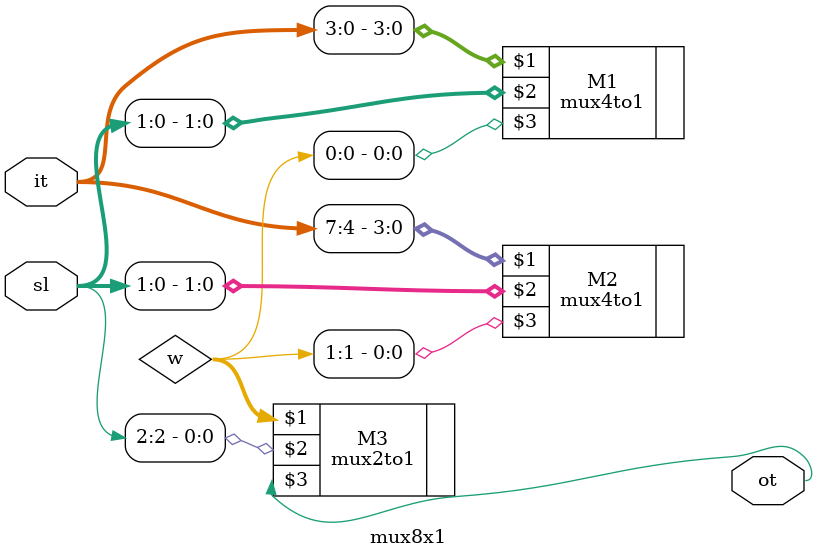
<source format=v>
`timescale 1ns / 1ps
module mux8x1(
    input [7:0] it,
    input [2:0] sl,
    output ot
    );
	 //wire w0,w1 ;        //rules out 
	 wire [1:0]w;
	 
	 mux4to1 M1 (it[3:0], sl[1:0], w[0]);
	 mux4to1 M2 (it[7:4], sl[1:0], w[1]);
	 mux2to1 M3 (w[1:0], sl[2], ot);
	 //mux4to1 M3 (w1, w2, sl[2], ot);   //As at input bus was given in definition of mux4to1  
	 
endmodule

</source>
